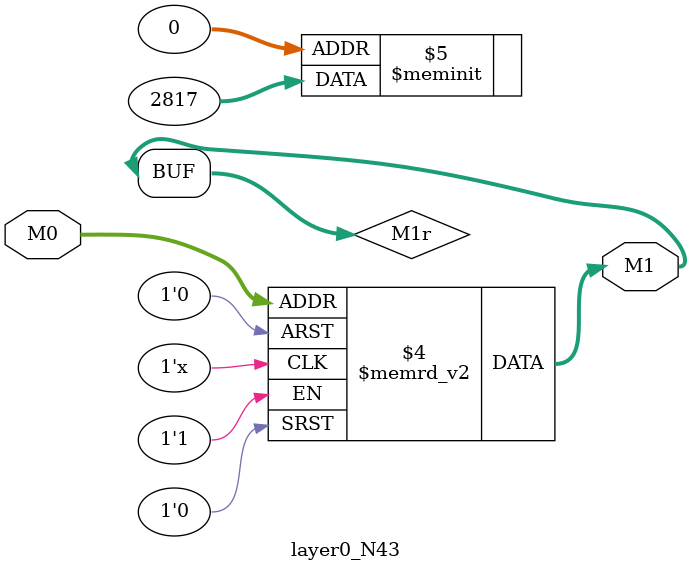
<source format=v>
module layer0_N43 ( input [3:0] M0, output [1:0] M1 );

	(*rom_style = "distributed" *) reg [1:0] M1r;
	assign M1 = M1r;
	always @ (M0) begin
		case (M0)
			4'b0000: M1r = 2'b01;
			4'b1000: M1r = 2'b00;
			4'b0100: M1r = 2'b11;
			4'b1100: M1r = 2'b00;
			4'b0010: M1r = 2'b00;
			4'b1010: M1r = 2'b00;
			4'b0110: M1r = 2'b00;
			4'b1110: M1r = 2'b00;
			4'b0001: M1r = 2'b00;
			4'b1001: M1r = 2'b00;
			4'b0101: M1r = 2'b10;
			4'b1101: M1r = 2'b00;
			4'b0011: M1r = 2'b00;
			4'b1011: M1r = 2'b00;
			4'b0111: M1r = 2'b00;
			4'b1111: M1r = 2'b00;

		endcase
	end
endmodule

</source>
